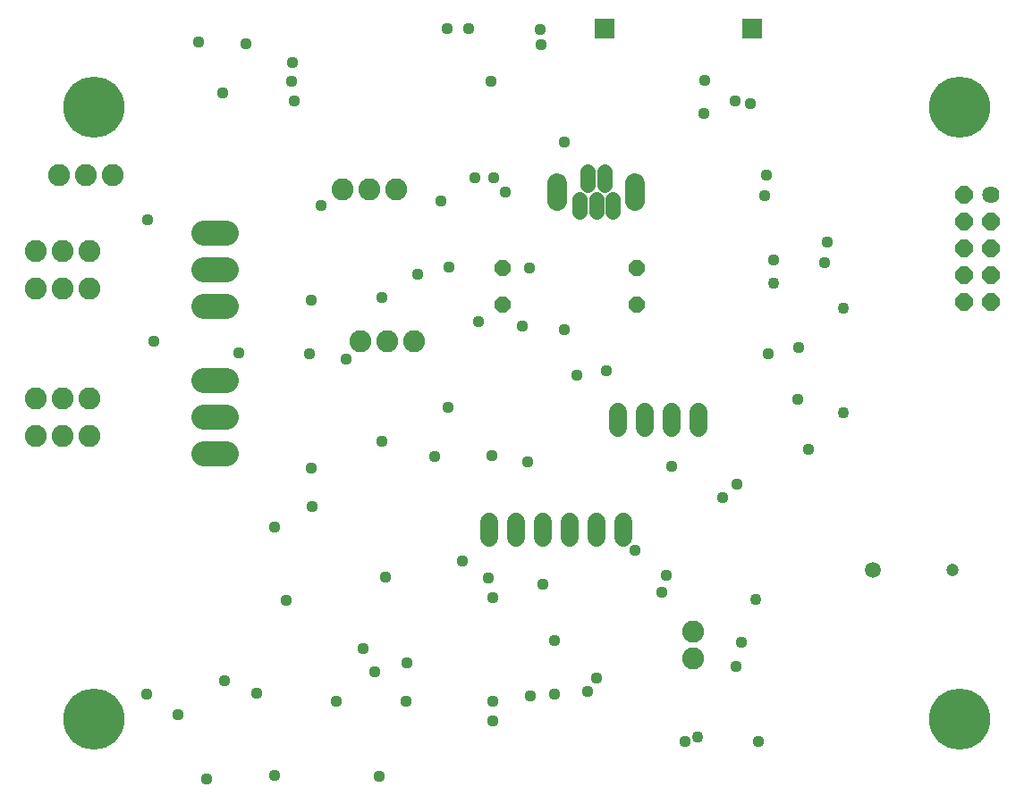
<source format=gbs>
G75*
%MOIN*%
%OFA0B0*%
%FSLAX25Y25*%
%IPPOS*%
%LPD*%
%AMOC8*
5,1,8,0,0,1.08239X$1,22.5*
%
%ADD10C,0.08200*%
%ADD11C,0.06800*%
%ADD12C,0.05556*%
%ADD13C,0.07400*%
%ADD14OC8,0.06000*%
%ADD15C,0.06400*%
%ADD16OC8,0.06400*%
%ADD17C,0.09200*%
%ADD18C,0.04737*%
%ADD19C,0.05918*%
%ADD20C,0.22800*%
%ADD21C,0.04369*%
%ADD22R,0.07296X0.07296*%
%ADD23C,0.04300*%
D10*
X0292827Y0114531D03*
X0292827Y0124531D03*
X0188997Y0232816D03*
X0178997Y0232816D03*
X0168997Y0232816D03*
X0067827Y0252531D03*
X0057827Y0252531D03*
X0047827Y0252531D03*
X0047827Y0266531D03*
X0057827Y0266531D03*
X0067827Y0266531D03*
X0066737Y0294902D03*
X0076737Y0294902D03*
X0056737Y0294902D03*
X0162326Y0289631D03*
X0172326Y0289631D03*
X0182326Y0289631D03*
X0067827Y0211531D03*
X0057827Y0211531D03*
X0047827Y0211531D03*
X0047827Y0197531D03*
X0057827Y0197531D03*
X0067827Y0197531D03*
D11*
X0216827Y0165531D02*
X0216827Y0159531D01*
X0226827Y0159531D02*
X0226827Y0165531D01*
X0236827Y0165531D02*
X0236827Y0159531D01*
X0246827Y0159531D02*
X0246827Y0165531D01*
X0256827Y0165531D02*
X0256827Y0159531D01*
X0266827Y0159531D02*
X0266827Y0165531D01*
X0264827Y0200531D02*
X0264827Y0206531D01*
X0274827Y0206531D02*
X0274827Y0200531D01*
X0284827Y0200531D02*
X0284827Y0206531D01*
X0294827Y0206531D02*
X0294827Y0200531D01*
D12*
X0263126Y0281035D02*
X0263126Y0285791D01*
X0256827Y0285791D02*
X0256827Y0281035D01*
X0250528Y0281035D02*
X0250528Y0285791D01*
X0253677Y0291271D02*
X0253677Y0296027D01*
X0259976Y0296027D02*
X0259976Y0291271D01*
D13*
X0271197Y0291831D02*
X0271197Y0285231D01*
X0242457Y0285231D02*
X0242457Y0291831D01*
D14*
X0221834Y0260256D03*
X0221827Y0246531D03*
X0271827Y0246531D03*
X0271834Y0260256D03*
D15*
X0403827Y0287531D03*
D16*
X0403827Y0277531D03*
X0393827Y0277531D03*
X0393827Y0287531D03*
X0393827Y0267531D03*
X0403827Y0267531D03*
X0403827Y0257531D03*
X0393827Y0257531D03*
X0393827Y0247531D03*
X0403827Y0247531D03*
D17*
X0119027Y0245752D02*
X0110627Y0245752D01*
X0110627Y0259531D02*
X0119027Y0259531D01*
X0119027Y0273311D02*
X0110627Y0273311D01*
X0110627Y0218311D02*
X0119027Y0218311D01*
X0119027Y0204531D02*
X0110627Y0204531D01*
X0110627Y0190752D02*
X0119027Y0190752D01*
D18*
X0389606Y0147531D03*
D19*
X0360079Y0147531D03*
D20*
X0392316Y0091741D03*
X0069504Y0091748D03*
X0069504Y0320134D03*
X0392316Y0320205D03*
D21*
X0111760Y0069479D03*
X0137123Y0070814D03*
X0175927Y0070470D03*
X0218327Y0091031D03*
X0218327Y0098531D03*
X0232260Y0100579D03*
X0241327Y0101031D03*
X0253717Y0101979D03*
X0256827Y0107031D03*
X0241327Y0121031D03*
X0218327Y0137031D03*
X0216709Y0144505D03*
X0207053Y0150807D03*
X0178305Y0144882D03*
X0141327Y0136031D03*
X0169827Y0118031D03*
X0174168Y0109441D03*
X0186211Y0112695D03*
X0186064Y0098619D03*
X0159898Y0098378D03*
X0130260Y0101579D03*
X0118360Y0106279D03*
X0100827Y0093531D03*
X0089360Y0101279D03*
X0136827Y0163531D03*
X0150840Y0171273D03*
X0150637Y0185573D03*
X0177040Y0195573D03*
X0196596Y0189656D03*
X0218089Y0190233D03*
X0231292Y0187735D03*
X0201589Y0208233D03*
X0163714Y0226012D03*
X0150085Y0228245D03*
X0123655Y0228503D03*
X0092057Y0232748D03*
X0150540Y0248273D03*
X0177115Y0249112D03*
X0190262Y0257928D03*
X0201827Y0260531D03*
X0231827Y0260031D03*
X0229327Y0238531D03*
X0245089Y0237233D03*
X0213089Y0240233D03*
X0249673Y0220097D03*
X0260589Y0221733D03*
X0285089Y0186233D03*
X0309327Y0179531D03*
X0303827Y0174531D03*
X0335815Y0192512D03*
X0331805Y0211140D03*
X0320899Y0228240D03*
X0332367Y0230403D03*
X0341899Y0262240D03*
X0342840Y0269870D03*
X0322899Y0263240D03*
X0319702Y0287281D03*
X0320321Y0294947D03*
X0297088Y0317864D03*
X0308718Y0322533D03*
X0314158Y0321349D03*
X0297428Y0330043D03*
X0244827Y0307031D03*
X0218475Y0293880D03*
X0211677Y0293850D03*
X0223022Y0288453D03*
X0198825Y0285210D03*
X0154401Y0283423D03*
X0089540Y0278273D03*
X0144443Y0322566D03*
X0143179Y0329976D03*
X0143524Y0336926D03*
X0126257Y0343716D03*
X0108720Y0344341D03*
X0117502Y0325603D03*
X0201429Y0349571D03*
X0209429Y0349571D03*
X0235826Y0349153D03*
X0236420Y0343504D03*
X0217620Y0329941D03*
X0271204Y0154817D03*
X0282827Y0145531D03*
X0281283Y0139079D03*
X0310827Y0120531D03*
X0308827Y0111531D03*
X0317260Y0083579D03*
X0289827Y0083531D03*
X0236899Y0142240D03*
D22*
X0259827Y0349531D03*
X0314827Y0349531D03*
D23*
X0322827Y0254531D03*
X0348827Y0245031D03*
X0348827Y0206031D03*
X0316327Y0136531D03*
X0294583Y0085200D03*
M02*

</source>
